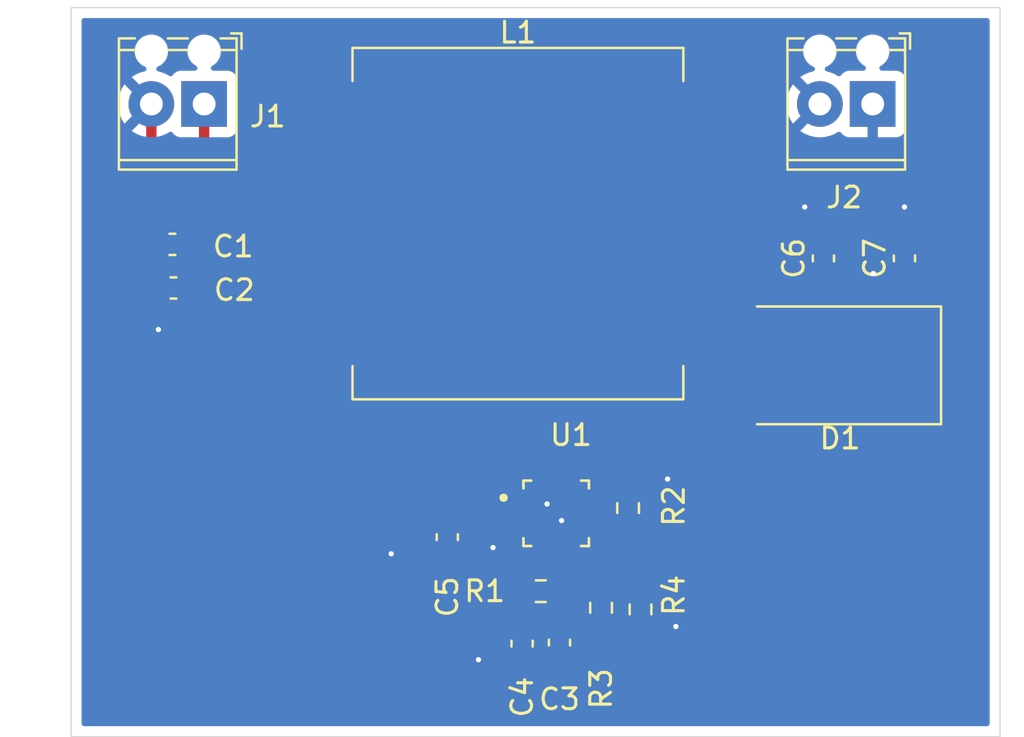
<source format=kicad_pcb>
(kicad_pcb (version 20240108) (generator "pcbnew") (generator_version "8.0")
  (layers (0 "F.Cu" signal) (31 "B.Cu" power) (34 "B.Paste" user) (35 "F.Paste" user) (36 "B.SilkS" user "B.Silkscreen") (37 "F.SilkS" user "F.Silkscreen") (38 "B.Mask" user) (39 "F.Mask" user) (44 "Edge.Cuts" user))
  (net 0 "")
  (net 1 "GND")
  (net 2 "Net-(U1-COMP)")
  (net 3 "Net-(C4-Pad1)")
  (net 4 "Net-(U1-SS)")
  (net 5 "Net-(U1-FREQ)")
  (net 6 "Net-(U1-FB)")
  (net 7 "/5V")
  (net 8 "/12V")
  (net 9 "Net-(D1-A)")
  (footprint "TPS55340:QFN50P300X300X80-17N" (layer "F.Cu") (at 64.94 59.25)
    (property "Reference" "U1" (at 0.71 -3.77 360) (layer "F.SilkS"))
    (property "Value" "TPS55340RTET")
    (fp_line (start -1.575 -1.575) (end -1.575 -1.2) (stroke (width 0.127)) (layer "F.SilkS"))
    (fp_line (start -1.575 -1.575) (end -1.2 -1.575) (stroke (width 0.127)) (layer "F.SilkS"))
    (fp_line (start -1.575 1.575) (end -1.575 1.2) (stroke (width 0.127)) (layer "F.SilkS"))
    (fp_line (start -1.575 1.575) (end -1.2 1.575) (stroke (width 0.127)) (layer "F.SilkS"))
    (fp_line (start 1.575 -1.575) (end 1.2 -1.575) (stroke (width 0.127)) (layer "F.SilkS"))
    (fp_line (start 1.575 -1.575) (end 1.575 -1.2) (stroke (width 0.127)) (layer "F.SilkS"))
    (fp_line (start 1.575 1.575) (end 1.2 1.575) (stroke (width 0.127)) (layer "F.SilkS"))
    (fp_line (start 1.575 1.575) (end 1.575 1.2) (stroke (width 0.127)) (layer "F.SilkS"))
    (fp_circle (center -2.53 -0.75) (end -2.43 -0.75) (stroke (width 0.2)) (fill none) (layer "F.SilkS"))
    (pad "1" smd roundrect (at -1.44 -0.75) (size 0.89 0.26) (layers "F.Cu" "F.Paste" "F.Mask") (roundrect_rratio 0.125) (net 9 "Net-(D1-A)"))
    (pad "2" smd roundrect (at -1.44 -0.25) (size 0.89 0.26) (layers "F.Cu" "F.Paste" "F.Mask") (roundrect_rratio 0.125) (net 7 "/5V"))
    (pad "3" smd roundrect (at -1.44 0.25) (size 0.89 0.26) (layers "F.Cu" "F.Paste" "F.Mask") (roundrect_rratio 0.125) (net 7 "/5V"))
    (pad "4" smd roundrect (at -1.44 0.75) (size 0.89 0.26) (layers "F.Cu" "F.Paste" "F.Mask") (roundrect_rratio 0.125) (net 4 "Net-(U1-SS)"))
    (pad "5" smd roundrect (at -0.75 1.44) (size 0.26 0.89) (layers "F.Cu" "F.Paste" "F.Mask") (roundrect_rratio 0.125) (net 1 "GND"))
    (pad "6" smd roundrect (at -0.25 1.44) (size 0.26 0.89) (layers "F.Cu" "F.Paste" "F.Mask") (roundrect_rratio 0.125) (net 1 "GND"))
    (pad "7" smd roundrect (at 0.25 1.44) (size 0.26 0.89) (layers "F.Cu" "F.Paste" "F.Mask") (roundrect_rratio 0.125) (net 2 "Net-(U1-COMP)"))
    (pad "8" smd roundrect (at 0.75 1.44) (size 0.26 0.89) (layers "F.Cu" "F.Paste" "F.Mask") (roundrect_rratio 0.125) (net 6 "Net-(U1-FB)"))
    (pad "9" smd roundrect (at 1.44 0.75) (size 0.89 0.26) (layers "F.Cu" "F.Paste" "F.Mask") (roundrect_rratio 0.125) (net 5 "Net-(U1-FREQ)"))
    (pad "10" smd roundrect (at 1.44 0.25) (size 0.89 0.26) (layers "F.Cu" "F.Paste" "F.Mask") (roundrect_rratio 0.125) (net 1 "GND"))
    (pad "11" smd roundrect (at 1.44 -0.25) (size 0.89 0.26) (layers "F.Cu" "F.Paste" "F.Mask") (roundrect_rratio 0.125) (net 1 "GND"))
    (pad "12" smd roundrect (at 1.44 -0.75) (size 0.89 0.26) (layers "F.Cu" "F.Paste" "F.Mask") (roundrect_rratio 0.125) (net 1 "GND"))
    (pad "13" smd roundrect (at 0.75 -1.44) (size 0.26 0.89) (layers "F.Cu" "F.Paste" "F.Mask") (roundrect_rratio 0.125) (net 1 "GND"))
    (pad "14" smd roundrect (at 0.25 -1.44) (size 0.26 0.89) (layers "F.Cu" "F.Paste" "F.Mask") (roundrect_rratio 0.125) (net 1 "GND"))
    (pad "15" smd roundrect (at -0.25 -1.44) (size 0.26 0.89) (layers "F.Cu" "F.Paste" "F.Mask") (roundrect_rratio 0.125) (net 9 "Net-(D1-A)"))
    (pad "16" smd roundrect (at -0.75 -1.44) (size 0.26 0.89) (layers "F.Cu" "F.Paste" "F.Mask") (roundrect_rratio 0.125) (net 9 "Net-(D1-A)"))
    (pad "17" smd rect (at 0 0) (size 1.66 1.66) (layers "F.Cu" "F.Mask") (net 1 "GND"))
  )
  (footprint "Capacitor_SMD:C_0603_1608Metric" (layer "F.Cu") (at 46.525 48.4 180)
    (property "Reference" "C2" (at -2.925 -0.1 180) (layer "F.SilkS"))
    (property "Value" "100nF")
    (fp_line (start -0.14058 0.51) (end 0.14058 0.51) (stroke (width 0.12)) (layer "F.SilkS"))
    (fp_line (start -0.14058 -0.51) (end 0.14058 -0.51) (stroke (width 0.12)) (layer "F.SilkS"))
    (pad "1" smd roundrect (at -0.775 0 180) (size 0.9 0.95) (layers "F.Cu" "F.Paste" "F.Mask") (net 7 "/5V"))
    (pad "2" smd roundrect (at 0.775 0 180) (size 0.9 0.95) (layers "F.Cu" "F.Paste" "F.Mask") (net 1 "GND"))
  )
  (footprint "Capacitor_SMD:C_0603_1608Metric" (layer "F.Cu") (at 65.1 65.475 -90)
    (property "Reference" "C3" (at 2.725 0 180) (layer "F.SilkS"))
    (property "Value" "4.7nF")
    (fp_line (start -0.14058 0.51) (end 0.14058 0.51) (stroke (width 0.12)) (layer "F.SilkS"))
    (fp_line (start -0.14058 -0.51) (end 0.14058 -0.51) (stroke (width 0.12)) (layer "F.SilkS"))
    (pad "1" smd roundrect (at -0.775 0 270) (size 0.9 0.95) (layers "F.Cu" "F.Paste" "F.Mask") (net 2 "Net-(U1-COMP)"))
    (pad "2" smd roundrect (at 0.775 0 270) (size 0.9 0.95) (layers "F.Cu" "F.Paste" "F.Mask") (net 1 "GND"))
  )
  (footprint "TerminalBlock_Phoenix:TerminalBlock_Phoenix_MPT-0,5-2-2.54_1x02_P2.54mm_Horizontal" (layer "F.Cu") (at 80.17 39.54 180)
    (property "Reference" "J2" (at 1.37 -4.5 180) (layer "F.SilkS"))
    (property "Value" "Screw_Terminal_01x02")
    (fp_line (start 4.1 -3.16) (end 4.1 3.16) (stroke (width 0.12)) (layer "F.SilkS"))
    (fp_line (start 3.33 3.16) (end 4.1 3.16) (stroke (width 0.12)) (layer "F.SilkS"))
    (fp_line (start 3.33 2.6) (end 4.1 2.6) (stroke (width 0.12)) (layer "F.SilkS"))
    (fp_line (start 0.79 3.16) (end 1.75 3.16) (stroke (width 0.12)) (layer "F.SilkS"))
    (fp_line (start 0.79 2.6) (end 1.75 2.6) (stroke (width 0.12)) (layer "F.SilkS"))
    (fp_line (start -1.56 3.16) (end -0.79 3.16) (stroke (width 0.12)) (layer "F.SilkS"))
    (fp_line (start -1.56 2.6) (end -0.79 2.6) (stroke (width 0.12)) (layer "F.SilkS"))
    (fp_line (start -1.56 -2.7) (end 4.1 -2.7) (stroke (width 0.12)) (layer "F.SilkS"))
    (fp_line (start -1.56 -3.16) (end 4.1 -3.16) (stroke (width 0.12)) (layer "F.SilkS"))
    (fp_line (start -1.56 -3.16) (end -1.56 3.16) (stroke (width 0.12)) (layer "F.SilkS"))
    (fp_line (start -1.8 3.4) (end -1.3 3.4) (stroke (width 0.12)) (layer "F.SilkS"))
    (fp_line (start -1.8 2.66) (end -1.8 3.4) (stroke (width 0.12)) (layer "F.SilkS"))
    (pad "" np_thru_hole circle (at 0 2.54 180) (size 1.1 1.1) (drill 1.1) (layers "*.Cu" "*.Mask"))
    (pad "" np_thru_hole circle (at 2.54 2.54 180) (size 1.1 1.1) (drill 1.1) (layers "*.Cu" "*.Mask"))
    (pad "1" thru_hole rect (at 0 0 180) (size 2.2 2.2) (drill 1.1) (layers "*.Cu" "*.Mask") (net 8 "/12V"))
    (pad "2" thru_hole circle (at 2.54 0 180) (size 2.2 2.2) (drill 1.1) (layers "*.Cu" "*.Mask") (net 1 "GND"))
  )
  (footprint "Capacitor_SMD:C_0603_1608Metric" (layer "F.Cu") (at 46.475 46.3 180)
    (property "Reference" "C1" (at -2.925 -0.1 180) (layer "F.SilkS"))
    (property "Value" "10uF")
    (fp_line (start -0.14058 0.51) (end 0.14058 0.51) (stroke (width 0.12)) (layer "F.SilkS"))
    (fp_line (start -0.14058 -0.51) (end 0.14058 -0.51) (stroke (width 0.12)) (layer "F.SilkS"))
    (pad "1" smd roundrect (at -0.775 0 180) (size 0.9 0.95) (layers "F.Cu" "F.Paste" "F.Mask") (net 7 "/5V"))
    (pad "2" smd roundrect (at 0.775 0 180) (size 0.9 0.95) (layers "F.Cu" "F.Paste" "F.Mask") (net 1 "GND"))
  )
  (footprint "Resistor_SMD:R_0603_1608Metric" (layer "F.Cu") (at 67.1 63.8 90)
    (property "Reference" "R3" (at -3.9 0 270) (layer "F.SilkS"))
    (property "Value" "187K")
    (fp_line (start -0.237258 -0.5225) (end 0.237258 -0.5225) (stroke (width 0.12)) (layer "F.SilkS"))
    (fp_line (start -0.237258 0.5225) (end 0.237258 0.5225) (stroke (width 0.12)) (layer "F.SilkS"))
    (pad "1" smd roundrect (at -0.825 0 90) (size 0.8 0.95) (layers "F.Cu" "F.Paste" "F.Mask") (net 8 "/12V"))
    (pad "2" smd roundrect (at 0.825 0 90) (size 0.8 0.95) (layers "F.Cu" "F.Paste" "F.Mask") (net 6 "Net-(U1-FB)"))
  )
  (footprint "Capacitor_SMD:C_0603_1608Metric" (layer "F.Cu") (at 81.7 46.975 90)
    (property "Reference" "C7" (at 0 -1.43 270) (layer "F.SilkS"))
    (property "Value" "1uF")
    (fp_line (start -0.14058 -0.51) (end 0.14058 -0.51) (stroke (width 0.12)) (layer "F.SilkS"))
    (fp_line (start -0.14058 0.51) (end 0.14058 0.51) (stroke (width 0.12)) (layer "F.SilkS"))
    (pad "1" smd roundrect (at -0.775 0 90) (size 0.9 0.95) (layers "F.Cu" "F.Paste" "F.Mask") (net 8 "/12V"))
    (pad "2" smd roundrect (at 0.775 0 90) (size 0.9 0.95) (layers "F.Cu" "F.Paste" "F.Mask") (net 1 "GND"))
  )
  (footprint "Capacitor_SMD:C_0603_1608Metric" (layer "F.Cu") (at 59.7 60.4 -90)
    (property "Reference" "C5" (at 2.875 0 90) (layer "F.SilkS"))
    (property "Value" "66nF")
    (fp_line (start -0.14058 0.51) (end 0.14058 0.51) (stroke (width 0.12)) (layer "F.SilkS"))
    (fp_line (start -0.14058 -0.51) (end 0.14058 -0.51) (stroke (width 0.12)) (layer "F.SilkS"))
    (pad "1" smd roundrect (at -0.775 0 270) (size 0.9 0.95) (layers "F.Cu" "F.Paste" "F.Mask") (net 4 "Net-(U1-SS)"))
    (pad "2" smd roundrect (at 0.775 0 270) (size 0.9 0.95) (layers "F.Cu" "F.Paste" "F.Mask") (net 1 "GND"))
  )
  (footprint "Inductor_SMD:L_Coilcraft_XAL1580-741" (layer "F.Cu") (at 63.1 45.3)
    (property "Reference" "L1" (at 0 -9.2 360) (layer "F.SilkS"))
    (property "Value" "15uH")
    (fp_line (start -7.96 -8.46) (end -7.96 -6.86) (stroke (width 0.12)) (layer "F.SilkS"))
    (fp_line (start -7.96 -8.46) (end 7.96 -8.46) (stroke (width 0.12)) (layer "F.SilkS"))
    (fp_line (start -7.96 8.46) (end -7.96 6.86) (stroke (width 0.12)) (layer "F.SilkS"))
    (fp_line (start -7.96 8.46) (end 7.96 8.46) (stroke (width 0.12)) (layer "F.SilkS"))
    (fp_line (start 7.96 -8.46) (end 7.96 -6.86) (stroke (width 0.12)) (layer "F.SilkS"))
    (fp_line (start 7.96 8.46) (end 7.96 6.86) (stroke (width 0.12)) (layer "F.SilkS"))
    (pad "1" smd rect (at -5.3 0) (size 3.18 13.2) (layers "F.Cu" "F.Paste" "F.Mask") (net 7 "/5V"))
    (pad "2" smd rect (at 5.3 0) (size 3.18 13.2) (layers "F.Cu" "F.Paste" "F.Mask") (net 9 "Net-(D1-A)"))
  )
  (footprint "TerminalBlock_Phoenix:TerminalBlock_Phoenix_MPT-0,5-2-2.54_1x02_P2.54mm_Horizontal" (layer "F.Cu") (at 48 39.54 180)
    (property "Reference" "J1" (at -3.06 -0.6 180) (layer "F.SilkS"))
    (property "Value" "Screw_Terminal_01x02")
    (fp_line (start 4.1 -3.16) (end 4.1 3.16) (stroke (width 0.12)) (layer "F.SilkS"))
    (fp_line (start 3.33 3.16) (end 4.1 3.16) (stroke (width 0.12)) (layer "F.SilkS"))
    (fp_line (start 3.33 2.6) (end 4.1 2.6) (stroke (width 0.12)) (layer "F.SilkS"))
    (fp_line (start 0.79 3.16) (end 1.75 3.16) (stroke (width 0.12)) (layer "F.SilkS"))
    (fp_line (start 0.79 2.6) (end 1.75 2.6) (stroke (width 0.12)) (layer "F.SilkS"))
    (fp_line (start -1.56 3.16) (end -0.79 3.16) (stroke (width 0.12)) (layer "F.SilkS"))
    (fp_line (start -1.56 2.6) (end -0.79 2.6) (stroke (width 0.12)) (layer "F.SilkS"))
    (fp_line (start -1.56 -2.7) (end 4.1 -2.7) (stroke (width 0.12)) (layer "F.SilkS"))
    (fp_line (start -1.56 -3.16) (end 4.1 -3.16) (stroke (width 0.12)) (layer "F.SilkS"))
    (fp_line (start -1.56 -3.16) (end -1.56 3.16) (stroke (width 0.12)) (layer "F.SilkS"))
    (fp_line (start -1.8 3.4) (end -1.3 3.4) (stroke (width 0.12)) (layer "F.SilkS"))
    (fp_line (start -1.8 2.66) (end -1.8 3.4) (stroke (width 0.12)) (layer "F.SilkS"))
    (pad "" np_thru_hole circle (at 0 2.54 180) (size 1.1 1.1) (drill 1.1) (layers "*.Cu" "*.Mask"))
    (pad "" np_thru_hole circle (at 2.54 2.54 180) (size 1.1 1.1) (drill 1.1) (layers "*.Cu" "*.Mask"))
    (pad "1" thru_hole rect (at 0 0 180) (size 2.2 2.2) (drill 1.1) (layers "*.Cu" "*.Mask") (net 7 "/5V"))
    (pad "2" thru_hole circle (at 2.54 0 180) (size 2.2 2.2) (drill 1.1) (layers "*.Cu" "*.Mask") (net 1 "GND"))
  )
  (footprint "Resistor_SMD:R_0603_1608Metric" (layer "F.Cu") (at 69 63.875 -90)
    (property "Reference" "R4" (at -0.675 -1.6 90) (layer "F.SilkS"))
    (property "Value" "10K")
    (fp_line (start -0.237258 0.5225) (end 0.237258 0.5225) (stroke (width 0.12)) (layer "F.SilkS"))
    (fp_line (start -0.237258 -0.5225) (end 0.237258 -0.5225) (stroke (width 0.12)) (layer "F.SilkS"))
    (pad "1" smd roundrect (at -0.825 0 270) (size 0.8 0.95) (layers "F.Cu" "F.Paste" "F.Mask") (net 6 "Net-(U1-FB)"))
    (pad "2" smd roundrect (at 0.825 0 270) (size 0.8 0.95) (layers "F.Cu" "F.Paste" "F.Mask") (net 1 "GND"))
  )
  (footprint "Resistor_SMD:R_0603_1608Metric" (layer "F.Cu") (at 68.4 59 90)
    (property "Reference" "R2" (at 0.1 2.2 270) (layer "F.SilkS"))
    (property "Value" "60.4K")
    (fp_line (start -0.237258 -0.5225) (end 0.237258 -0.5225) (stroke (width 0.12)) (layer "F.SilkS"))
    (fp_line (start -0.237258 0.5225) (end 0.237258 0.5225) (stroke (width 0.12)) (layer "F.SilkS"))
    (pad "1" smd roundrect (at -0.825 0 90) (size 0.8 0.95) (layers "F.Cu" "F.Paste" "F.Mask") (net 5 "Net-(U1-FREQ)"))
    (pad "2" smd roundrect (at 0.825 0 90) (size 0.8 0.95) (layers "F.Cu" "F.Paste" "F.Mask") (net 1 "GND"))
  )
  (footprint "Resistor_SMD:R_0603_1608Metric" (layer "F.Cu") (at 64.2 63)
    (property "Reference" "R1" (at -2.7 0 360) (layer "F.SilkS"))
    (property "Value" "1.13K")
    (fp_line (start -0.237258 -0.5225) (end 0.237258 -0.5225) (stroke (width 0.12)) (layer "F.SilkS"))
    (fp_line (start -0.237258 0.5225) (end 0.237258 0.5225) (stroke (width 0.12)) (layer "F.SilkS"))
    (pad "1" smd roundrect (at -0.825 0) (size 0.8 0.95) (layers "F.Cu" "F.Paste" "F.Mask") (net 3 "Net-(C4-Pad1)"))
    (pad "2" smd roundrect (at 0.825 0) (size 0.8 0.95) (layers "F.Cu" "F.Paste" "F.Mask") (net 2 "Net-(U1-COMP)"))
  )
  (footprint "Capacitor_SMD:C_0603_1608Metric" (layer "F.Cu") (at 77.8 46.975 90)
    (property "Reference" "C6" (at 0 -1.43 270) (layer "F.SilkS"))
    (property "Value" "4.7uF")
    (fp_line (start -0.14058 -0.51) (end 0.14058 -0.51) (stroke (width 0.12)) (layer "F.SilkS"))
    (fp_line (start -0.14058 0.51) (end 0.14058 0.51) (stroke (width 0.12)) (layer "F.SilkS"))
    (pad "1" smd roundrect (at -0.775 0 90) (size 0.9 0.95) (layers "F.Cu" "F.Paste" "F.Mask") (net 8 "/12V"))
    (pad "2" smd roundrect (at 0.775 0 90) (size 0.9 0.95) (layers "F.Cu" "F.Paste" "F.Mask") (net 1 "GND"))
  )
  (footprint "Capacitor_SMD:C_0603_1608Metric" (layer "F.Cu") (at 63.3 65.525 -90)
    (property "Reference" "C4" (at 2.575 0 90) (layer "F.SilkS"))
    (property "Value" "270nF")
    (fp_line (start -0.14058 0.51) (end 0.14058 0.51) (stroke (width 0.12)) (layer "F.SilkS"))
    (fp_line (start -0.14058 -0.51) (end 0.14058 -0.51) (stroke (width 0.12)) (layer "F.SilkS"))
    (pad "1" smd roundrect (at -0.775 0 270) (size 0.9 0.95) (layers "F.Cu" "F.Paste" "F.Mask") (net 3 "Net-(C4-Pad1)"))
    (pad "2" smd roundrect (at 0.775 0 270) (size 0.9 0.95) (layers "F.Cu" "F.Paste" "F.Mask") (net 1 "GND"))
  )
  (footprint "Diode_SMD:D_3220_8050Metric_Pad2.65x5.15mm_HandSolder" (layer "F.Cu") (at 78.6 52.125 180)
    (property "Reference" "D1" (at 0 -3.52 180) (layer "F.SilkS"))
    (property "Value" "550mV, 5A")
    (fp_line (start 4 -2.835) (end -4.86 -2.835) (stroke (width 0.12)) (layer "F.SilkS"))
    (fp_line (start -4.86 2.835) (end 4 2.835) (stroke (width 0.12)) (layer "F.SilkS"))
    (fp_line (start -4.86 -2.835) (end -4.86 2.835) (stroke (width 0.12)) (layer "F.SilkS"))
    (pad "1" smd roundrect (at -3.275 0 180) (size 2.65 5.15) (layers "F.Cu" "F.Paste" "F.Mask") (roundrect_rratio 0.09434) (net 8 "/12V"))
    (pad "2" smd roundrect (at 3.275 0 180) (size 2.65 5.15) (layers "F.Cu" "F.Paste" "F.Mask") (roundrect_rratio 0.09434) (net 9 "Net-(D1-A)"))
  )
  (gr_rect (start 41.6 34.9) (end 86.3 70) (stroke (width 0.05)) (fill none) (layer "Edge.Cuts"))
  (segment (start 64.19 60.69) (end 62.11 60.69) (width 0.3) (layer "F.Cu") (net 1))
  (segment (start 64.69 60.69) (end 64.69 59.5) (width 0.3) (layer "F.Cu") (net 1))
  (segment (start 65.69 57.81) (end 65.69 58.5) (width 0.3) (layer "F.Cu") (net 1))
  (segment (start 45.75 50.35) (end 45.8 50.4) (width 0.5) (layer "F.Cu") (net 1))
  (segment (start 65.69 58.5) (end 64.94 59.25) (width 0.3) (layer "F.Cu") (net 1))
  (segment (start 66.38 58.5) (end 65.69 58.5) (width 0.3) (layer "F.Cu") (net 1))
  (segment (start 77.8 45.4) (end 76.9 44.5) (width 0.5) (layer "F.Cu") (net 1))
  (segment (start 65.19 59.5) (end 64.94 59.25) (width 0.3) (layer "F.Cu") (net 1))
  (segment (start 66.38 59.5) (end 65.19 59.5) (width 0.3) (layer "F.Cu") (net 1))
  (segment (start 45.75 48.4) (end 45.75 46.35) (width 0.5) (layer "F.Cu") (net 1))
  (segment (start 59.7 61.175) (end 57.025 61.175) (width 0.5) (layer "F.Cu") (net 1))
  (segment (start 63.3 66.3) (end 61.2 66.3) (width 0.5) (layer "F.Cu") (net 1))
  (segment (start 65.1 66.25) (end 63.35 66.25) (width 0.5) (layer "F.Cu") (net 1))
  (segment (start 65.19 59) (end 64.94 59.25) (width 0.3) (layer "F.Cu") (net 1))
  (segment (start 64.69 59.5) (end 64.94 59.25) (width 0.3) (layer "F.Cu") (net 1))
  (segment (start 45.75 48.4) (end 45.75 50.35) (width 0.5) (layer "F.Cu") (net 1))
  (segment (start 62.11 60.69) (end 61.9 60.9) (width 0.3) (layer "F.Cu") (net 1))
  (segment (start 69.725 58.175) (end 70.3 57.6) (width 0.3) (layer "F.Cu") (net 1))
  (segment (start 77.8 46.2) (end 77.8 45.4) (width 0.5) (layer "F.Cu") (net 1))
  (segment (start 45.75 46.35) (end 45.7 46.3) (width 0.5) (layer "F.Cu") (net 1))
  (segment (start 45.46 46.06) (end 45.7 46.3) (width 0.5) (layer "F.Cu") (net 1))
  (segment (start 57.025 61.175) (end 57 61.2) (width 0.5) (layer "F.Cu") (net 1))
  (segment (start 69 64.7) (end 70.7 64.7) (width 0.5) (layer "F.Cu") (net 1))
  (segment (start 68.4 58.175) (end 69.725 58.175) (width 0.3) (layer "F.Cu") (net 1))
  (segment (start 63.35 66.25) (end 63.3 66.3) (width 0.5) (layer "F.Cu") (net 1))
  (segment (start 66.38 59) (end 65.19 59) (width 0.3) (layer "F.Cu") (net 1))
  (segment (start 65.19 57.81) (end 65.19 59) (width 0.3) (layer "F.Cu") (net 1))
  (segment (start 64.69 60.69) (end 64.19 60.69) (width 0.3) (layer "F.Cu") (net 1))
  (segment (start 81.7 46.2) (end 81.7 44.5) (width 0.5) (layer "F.Cu") (net 1))
  (segment (start 45.46 39.54) (end 45.46 46.06) (width 0.5) (layer "F.Cu") (net 1))
  (via (at 81.7 44.5) (size 0.5) (drill 0.25) (layers "F.Cu" "B.Cu") (net 1))
  (via (at 57 61.2) (size 0.5) (drill 0.25) (layers "F.Cu" "B.Cu") (net 1))
  (via (at 61.2 66.3) (size 0.5) (drill 0.25) (layers "F.Cu" "B.Cu") (net 1))
  (via (at 70.7 64.7) (size 0.5) (drill 0.25) (layers "F.Cu" "B.Cu") (net 1))
  (via (at 64.5 58.8) (size 0.5) (drill 0.25) (layers "F.Cu" "B.Cu") (net 1))
  (via (at 70.3 57.6) (size 0.5) (drill 0.25) (layers "F.Cu" "B.Cu") (net 1))
  (via (at 65.2 59.6) (size 0.5) (drill 0.25) (layers "F.Cu" "B.Cu") (net 1))
  (via (at 76.9 44.5) (size 0.5) (drill 0.25) (layers "F.Cu" "B.Cu") (net 1))
  (via (at 61.9 60.9) (size 0.5) (drill 0.25) (layers "F.Cu" "B.Cu") (net 1))
  (via (at 45.8 50.4) (size 0.5) (drill 0.25) (layers "F.Cu" "B.Cu") (net 1))
  (segment (start 65.025 63) (end 65.025 64.625) (width 0.3) (layer "F.Cu") (net 2))
  (segment (start 65.025 63) (end 65.19 62.835) (width 0.3) (layer "F.Cu") (net 2))
  (segment (start 65.19 62.835) (end 65.19 60.69) (width 0.3) (layer "F.Cu") (net 2))
  (segment (start 65.025 64.625) (end 65.1 64.7) (width 0.3) (layer "F.Cu") (net 2))
  (segment (start 63.375 64.675) (end 63.3 64.75) (width 0.3) (layer "F.Cu") (net 3))
  (segment (start 63.375 63) (end 63.375 64.675) (width 0.3) (layer "F.Cu") (net 3))
  (segment (start 63.5 60) (end 60.075 60) (width 0.3) (layer "F.Cu") (net 4))
  (segment (start 60.075 60) (end 59.7 59.625) (width 0.3) (layer "F.Cu") (net 4))
  (segment (start 68.225 60) (end 66.38 60) (width 0.3) (layer "F.Cu") (net 5))
  (segment (start 68.4 59.825) (end 68.225 60) (width 0.3) (layer "F.Cu") (net 5))
  (segment (start 67.1 62.975) (end 67.075 62.975) (width 0.3) (layer "F.Cu") (net 6))
  (segment (start 65.69 61.59) (end 65.69 60.69) (width 0.3) (layer "F.Cu") (net 6))
  (segment (start 67.075 62.975) (end 65.69 61.59) (width 0.3) (layer "F.Cu") (net 6))
  (segment (start 69 63.05) (end 67.175 63.05) (width 0.5) (layer "F.Cu") (net 6))
  (segment (start 67.175 63.05) (end 67.1 62.975) (width 0.5) (layer "F.Cu") (net 6))
  (segment (start 48 45.55) (end 47.25 46.3) (width 0.5) (layer "F.Cu") (net 7))
  (segment (start 47.25 46.3) (end 56.8 46.3) (width 0.5) (layer "F.Cu") (net 7))
  (segment (start 63.5 59.5) (end 63.055001 59.5) (width 0.3) (layer "F.Cu") (net 7))
  (segment (start 47.3 46.35) (end 47.25 46.3) (width 0.5) (layer "F.Cu") (net 7))
  (segment (start 63.055001 59.5) (end 57.8 54.244999) (width 0.3) (layer "F.Cu") (net 7))
  (segment (start 48 39.54) (end 48 45.55) (width 0.5) (layer "F.Cu") (net 7))
  (segment (start 63.5 59) (end 63.5 59.5) (width 0.3) (layer "F.Cu") (net 7))
  (segment (start 47.3 48.4) (end 47.3 46.35) (width 0.5) (layer "F.Cu") (net 7))
  (segment (start 57.8 54.244999) (end 57.8 45.3) (width 0.3) (layer "F.Cu") (net 7))
  (segment (start 56.8 46.3) (end 57.8 45.3) (width 0.5) (layer "F.Cu") (net 7))
  (segment (start 67.1 65.5) (end 68.1 66.5) (width 0.5) (layer "F.Cu") (net 8))
  (segment (start 81.875 52.125) (end 81.875 47.925) (width 0.5) (layer "F.Cu") (net 8))
  (segment (start 81.65 47.7) (end 81.7 47.75) (width 0.5) (layer "F.Cu") (net 8))
  (segment (start 74.3 66.5) (end 81.875 58.925) (width 0.5) (layer "F.Cu") (net 8))
  (segment (start 81.875 47.925) (end 81.7 47.75) (width 0.5) (layer "F.Cu") (net 8))
  (segment (start 81.875 58.925) (end 81.875 52.125) (width 0.5) (layer "F.Cu") (net 8))
  (segment (start 68.1 66.5) (end 74.3 66.5) (width 0.5) (layer "F.Cu") (net 8))
  (segment (start 77.8 47.75) (end 80.15 47.75) (width 0.5) (layer "F.Cu") (net 8))
  (segment (start 80.2 47.7) (end 81.65 47.7) (width 0.5) (layer "F.Cu") (net 8))
  (segment (start 80.15 47.75) (end 80.2 47.7) (width 0.5) (layer "F.Cu") (net 8))
  (segment (start 67.1 64.625) (end 67.1 65.5) (width 0.5) (layer "F.Cu") (net 8))
  (via (at 80.2 47.7) (size 0.5) (drill 0.25) (layers "F.Cu" "B.Cu") (net 8))
  (segment (start 80.17 39.54) (end 80.17 47.67) (width 0.5) (layer "B.Cu") (net 8))
  (segment (start 80.17 47.67) (end 80.2 47.7) (width 0.5) (layer "B.Cu") (net 8))
  (segment (start 64.69 57.258162) (end 66.448162 55.5) (width 0.3) (layer "F.Cu") (net 9))
  (segment (start 75.325 52.125) (end 68.5 45.3) (width 0.5) (layer "F.Cu") (net 9))
  (segment (start 64.69 57.81) (end 64.69 57.258162) (width 0.3) (layer "F.Cu") (net 9))
  (segment (start 71.95 55.5) (end 75.325 52.125) (width 0.3) (layer "F.Cu") (net 9))
  (segment (start 63.5 58.5) (end 64.19 57.81) (width 0.3) (layer "F.Cu") (net 9))
  (segment (start 68.5 45.3) (end 68.4 45.3) (width 0.5) (layer "F.Cu") (net 9))
  (segment (start 64.19 57.81) (end 64.69 57.81) (width 0.3) (layer "F.Cu") (net 9))
  (segment (start 66.448162 55.5) (end 71.95 55.5) (width 0.3) (layer "F.Cu") (net 9))
  (zone (net 1) (net_name "GND") (layer "B.Cu") (connect_pads (clearance 0.5)) (min_thickness 0.25) (fill yes (thermal_gap 0.5) (thermal_bridge_width 0.5))
    (polygon (pts (xy 41.6 34.9) (xy 86.3 34.9) (xy 86.3 70) (xy 41.6 69.8)))
  )
)
</source>
